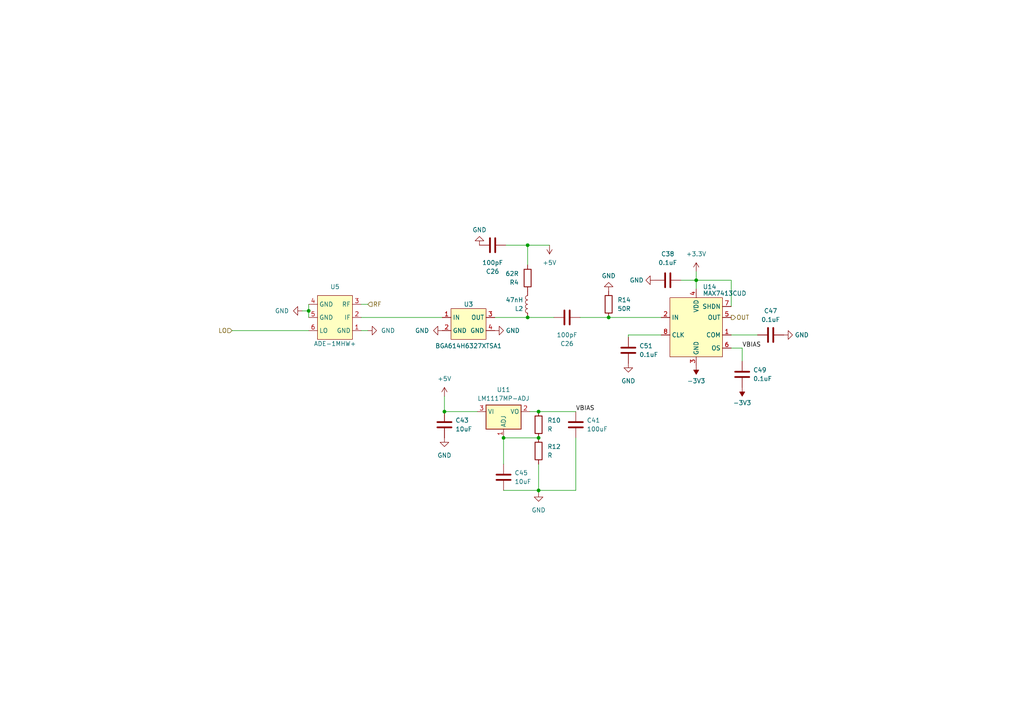
<source format=kicad_sch>
(kicad_sch (version 20230121) (generator eeschema)
  (paper "A4")
  (lib_symbols
    (symbol "ADE-1MHW+:ADE-1MHW+"
      (property "Reference" "U" (at 0 10.16 0))
      (property "Value" "ADE-1MHW+" (at 0 7.62 0))
      (symbol "ADE-1MHW+_1_1"
        (rectangle (start -5.08 6.35) (end 5.08 -6.35) (fill (type background)))
        (pin power_in line (at -7.62 3.81 0) (length 2.54) (name "GND") (number "1"))
        (pin output line (at -7.62 0 0) (length 2.54) (name "IF") (number "2"))
        (pin input line (at -7.62 -3.81 0) (length 2.54) (name "RF") (number "3"))
        (pin power_in line (at 7.62 -3.81 180) (length 2.54) (name "GND") (number "4"))
        (pin power_in line (at 7.62 0 180) (length 2.54) (name "GND") (number "5"))
        (pin input line (at 7.62 3.81 180) (length 2.54) (name "LO") (number "6"))
      )
    )
    (symbol "BGA614H6327XTSA1:BGA614H6327XTSA1"
      (property "Reference" "U" (at 0 7.62 0))
      (property "Value" "BGA614H6327XTSA1" (at 0 5.08 0))
      (symbol "BGA614H6327XTSA1_1_1"
        (rectangle (start -5.08 3.81) (end 5.08 -5.08) (fill (type background)))
        (pin input line (at -7.62 1.27 0) (length 2.54) (name "IN") (number "1"))
        (pin power_in line (at -7.62 -2.54 0) (length 2.54) (name "GND") (number "2"))
        (pin output line (at 7.62 1.27 180) (length 2.54) (name "OUT") (number "3"))
        (pin power_in line (at 7.62 -2.54 180) (length 2.54) (name "GND") (number "4"))
      )
    )
    (symbol "Device:C" (pin_numbers hide) (pin_names (offset 0.254))
      (property "Reference" "C" (at 0.635 2.54 0))
      (property "Value" "C" (at 0.635 -2.54 0))
      (symbol "C_0_1"
        (polyline (pts (xy -2.032 -0.762) (xy 2.032 -0.762)) (stroke (width 0.508)))
        (polyline (pts (xy -2.032 0.762) (xy 2.032 0.762)) (stroke (width 0.508)))
      )
      (symbol "C_1_1"
        (pin passive line (at 0 3.81 270) (length 2.794) (name "~") (number "1"))
        (pin passive line (at 0 -3.81 90) (length 2.794) (name "~") (number "2"))
      )
    )
    (symbol "Device:L" (pin_numbers hide) (pin_names (offset 1.016) hide)
      (property "Reference" "L" (at -1.27 0 90))
      (property "Value" "L" (at 1.905 0 90))
      (symbol "L_0_1"
        (arc (start 0 -2.54) (mid 0.6323 -1.905) (end 0 -1.27))
        (arc (start 0 -1.27) (mid 0.6323 -0.635) (end 0 0))
        (arc (start 0 0) (mid 0.6323 0.635) (end 0 1.27))
        (arc (start 0 1.27) (mid 0.6323 1.905) (end 0 2.54))
      )
      (symbol "L_1_1"
        (pin passive line (at 0 3.81 270) (length 1.27) (name "1") (number "1"))
        (pin passive line (at 0 -3.81 90) (length 1.27) (name "2") (number "2"))
      )
    )
    (symbol "Device:R" (pin_numbers hide) (pin_names (offset 0))
      (property "Reference" "R" (at 2.032 0 90))
      (property "Value" "R" (at 0 0 90))
      (symbol "R_0_1"
        (rectangle (start -1.016 -2.54) (end 1.016 2.54) (stroke (width 0.254)))
      )
      (symbol "R_1_1"
        (pin passive line (at 0 3.81 270) (length 1.27) (name "~") (number "1"))
        (pin passive line (at 0 -3.81 90) (length 1.27) (name "~") (number "2"))
      )
    )
    (symbol "MAX7413:MAX7413CUA+-ND"
      (property "Reference" "U" (at -7.62 11.43 0))
      (property "Value" "MAX7413CUD" (at -8.255 9.525 0))
      (symbol "MAX7413CUA+-ND_1_1"
        (rectangle (start -7.62 8.255) (end 7.62 -8.89) (fill (type background)))
        (pin passive line (at 10.16 -2.54 180) (length 2.54) (name "COM") (number "1"))
        (pin input line (at -10.16 2.54 0) (length 2.54) (name "IN") (number "2"))
        (pin power_in line (at 0 -11.43 90) (length 2.54) (name "GND") (number "3"))
        (pin power_in line (at 0 10.795 270) (length 2.54) (name "VDD") (number "4"))
        (pin output line (at 10.16 2.54 180) (length 2.54) (name "OUT") (number "5"))
        (pin passive line (at 10.16 -6.35 180) (length 2.54) (name "OS") (number "6"))
        (pin power_in line (at 10.16 5.715 180) (length 2.54) (name "SHDN") (number "7"))
        (pin input line (at -10.16 -2.54 0) (length 2.54) (name "CLK") (number "8"))
      )
    )
    (symbol "Regulator_Linear:LM1117MP-ADJ"
      (property "Reference" "U" (at -3.81 3.175 0))
      (property "Value" "LM1117MP-ADJ" (at 0 3.175 0))
      (symbol "LM1117MP-ADJ_0_1"
        (rectangle (start -5.08 -5.08) (end 5.08 1.905) (stroke (width 0.254)) (fill (type background)))
      )
      (symbol "LM1117MP-ADJ_1_1"
        (pin input line (at 0 -7.62 90) (length 2.54) (name "ADJ") (number "1"))
        (pin power_out line (at 7.62 0 180) (length 2.54) (name "VO") (number "2"))
        (pin power_in line (at -7.62 0 0) (length 2.54) (name "VI") (number "3"))
      )
    )
    (symbol "power:+3.3V" (power) (pin_names (offset 0))
      (property "Value" "+3.3V" (at 0 3.556 0))
      (symbol "+3.3V_0_1"
        (polyline (pts (xy -0.762 1.27) (xy 0 2.54)))
        (polyline (pts (xy 0 0) (xy 0 2.54)))
        (polyline (pts (xy 0 2.54) (xy 0.762 1.27)))
      )
      (symbol "+3.3V_1_1"
        (pin power_in line (at 0 0 90) (length 0) hide (name "+3.3V") (number "1"))
      )
    )
    (symbol "power:+5V" (power) (pin_names (offset 0))
      (property "Value" "+5V" (at 0 3.556 0))
      (symbol "+5V_0_1"
        (polyline (pts (xy -0.762 1.27) (xy 0 2.54)))
        (polyline (pts (xy 0 0) (xy 0 2.54)))
        (polyline (pts (xy 0 2.54) (xy 0.762 1.27)))
      )
      (symbol "+5V_1_1"
        (pin power_in line (at 0 0 90) (length 0) hide (name "+5V") (number "1"))
      )
    )
    (symbol "power:-3V3" (power) (pin_names (offset 0))
      (property "Value" "-3V3" (at 0 3.81 0))
      (symbol "-3V3_0_0"
        (pin power_in line (at 0 0 90) (length 0) hide (name "-3V3") (number "1"))
      )
      (symbol "-3V3_0_1"
        (polyline (pts (xy 0 0) (xy 0 1.27) (xy 0.762 1.27) (xy 0 2.54) (xy -0.762 1.27) (xy 0 1.27)) (fill (type outline)))
      )
    )
    (symbol "power:GND" (power) (pin_names (offset 0))
      (property "Value" "GND" (at 0 -3.81 0))
      (symbol "GND_0_1"
        (polyline (pts (xy 0 0) (xy 0 -1.27) (xy 1.27 -1.27) (xy 0 -2.54) (xy -1.27 -1.27) (xy 0 -1.27)))
      )
      (symbol "GND_1_1"
        (pin power_in line (at 0 0 270) (length 0) hide (name "GND") (number "1"))
      )
    )
  )
  (junction (at 156.21 119.38))
  (junction (at 153.035 71.12))
  (junction (at 89.535 90.17))
  (junction (at 128.905 119.38))
  (junction (at 156.21 127))
  (junction (at 146.05 127))
  (junction (at 156.21 142.24))
  (junction (at 201.93 81.28))
  (junction (at 176.53 92.075))
  (junction (at 153.035 92.075))
  (wire (pts (xy 153.035 71.12) (xy 146.685 71.12)))
  (wire (pts (xy 153.035 92.075) (xy 160.655 92.075)))
  (wire (pts (xy 104.775 95.885) (xy 106.68 95.885)))
  (wire (pts (xy 212.09 97.155) (xy 219.71 97.155)))
  (wire (pts (xy 146.05 127) (xy 156.21 127)))
  (wire (pts (xy 146.05 127) (xy 146.05 134.62)))
  (wire (pts (xy 191.77 97.155) (xy 182.245 97.155)))
  (wire (pts (xy 153.67 119.38) (xy 156.21 119.38)))
  (wire (pts (xy 212.09 88.9) (xy 212.09 81.28)))
  (wire (pts (xy 128.905 119.38) (xy 138.43 119.38)))
  (wire (pts (xy 153.035 76.835) (xy 153.035 71.12)))
  (wire (pts (xy 201.93 78.74) (xy 201.93 81.28)))
  (wire (pts (xy 156.21 142.24) (xy 156.21 142.875)))
  (wire (pts (xy 212.09 81.28) (xy 201.93 81.28)))
  (wire (pts (xy 159.385 71.12) (xy 153.035 71.12)))
  (wire (pts (xy 67.31 95.885) (xy 89.535 95.885)))
  (wire (pts (xy 156.21 119.38) (xy 167.005 119.38)))
  (wire (pts (xy 182.245 97.155) (xy 182.245 97.79)))
  (wire (pts (xy 146.05 142.24) (xy 156.21 142.24)))
  (wire (pts (xy 156.21 134.62) (xy 156.21 142.24)))
  (wire (pts (xy 215.265 100.965) (xy 215.265 104.775)))
  (wire (pts (xy 212.09 100.965) (xy 215.265 100.965)))
  (wire (pts (xy 128.905 114.935) (xy 128.905 119.38)))
  (wire (pts (xy 89.535 90.17) (xy 89.535 92.075)))
  (wire (pts (xy 89.535 88.265) (xy 89.535 90.17)))
  (wire (pts (xy 201.93 81.28) (xy 201.93 83.82)))
  (wire (pts (xy 176.53 92.075) (xy 191.77 92.075)))
  (wire (pts (xy 104.775 88.265) (xy 106.68 88.265)))
  (wire (pts (xy 104.775 92.075) (xy 128.27 92.075)))
  (wire (pts (xy 167.005 142.24) (xy 156.21 142.24)))
  (wire (pts (xy 168.275 92.075) (xy 176.53 92.075)))
  (wire (pts (xy 87.63 90.17) (xy 89.535 90.17)))
  (wire (pts (xy 153.035 92.075) (xy 143.51 92.075)))
  (wire (pts (xy 167.005 127) (xy 167.005 142.24)))
  (wire (pts (xy 197.485 81.28) (xy 201.93 81.28)))
  (label "VBIAS" (at 167.005 119.38 0))
  (label "VBIAS" (at 215.265 100.965 0))
  (hierarchical_label "RF" (shape input) (at 106.68 88.265 0))
  (hierarchical_label "OUT" (shape output) (at 212.09 92.075 0))
  (hierarchical_label "LO" (shape input) (at 67.31 95.885 180))
  (symbol (lib_id "Device:C") (at 142.875 71.12 270) (unit 1)
    (property "Reference" "C26" (at 142.875 78.74 90))
    (property "Value" "100pF" (at 142.875 76.2 90))
    (property "Footprint" "Capacitor_SMD:C_0805_2012Metric" (effects hide))
    (instances (project "analog_frontend" (path "" (reference "C26") (unit 1)) (path "" (reference "C30") (unit 1)) (path "" (reference "C40") (unit 1))))
  )
  (symbol (lib_id "MAX7413:MAX7413CUA+-ND") (at 201.93 94.615 0) (unit 1)
    (property "Reference" "U14" (at 203.835 83.185 0) (effects (justify left)))
    (property "Value" "MAX7413CUD" (at 203.835 85.09 0) (effects (justify left)))
    (instances (project "analog_frontend" (path "" (reference "U14") (unit 1)) (path "" (reference "U15") (unit 1))))
  )
  (symbol (lib_id "Device:C") (at 128.905 123.19 0) (unit 1)
    (property "Reference" "C43" (at 132.08 121.92 0) (effects (justify left)))
    (property "Value" "10uF" (at 132.08 124.46 0) (effects (justify left)))
    (property "Footprint" "Capacitor_SMD:C_0805_2012Metric" (effects hide))
    (instances (project "analog_frontend" (path "" (reference "C43") (unit 1)) (path "" (reference "C42") (unit 1))))
  )
  (symbol (lib_id "power:+5V") (at 128.905 114.935 0) (unit 1)
    (property "Reference" "#PWR028" (effects hide))
    (property "Value" "+5V" (at 128.905 109.855 0))
    (instances (project "analog_frontend" (path "" (reference "#PWR028") (unit 1)) (path "" (reference "#PWR041") (unit 1)) (path "" (reference "#PWR071") (unit 1)) (path "" (reference "#PWR072") (unit 1))))
  )
  (symbol (lib_id "power:+5V") (at 159.385 71.12 180) (unit 1)
    (property "Reference" "#PWR028" (effects hide))
    (property "Value" "+5V" (at 159.385 76.2 0))
    (instances (project "analog_frontend" (path "" (reference "#PWR028") (unit 1)) (path "" (reference "#PWR041") (unit 1)) (path "" (reference "#PWR045") (unit 1)) (path "" (reference "#PWR055") (unit 1))))
  )
  (symbol (lib_id "power:GND") (at 227.33 97.155 90) (unit 1)
    (property "Reference" "#PWR05" (effects hide))
    (property "Value" "GND" (at 230.505 97.155 90) (effects (justify right)))
    (instances (project "analog_frontend" (path "" (reference "#PWR05") (unit 1)) (path "" (reference "#PWR048") (unit 1)) (path "" (reference "#PWR056") (unit 1)) (path "" (reference "#PWR048") (unit 1))))
  )
  (symbol (lib_id "power:GND") (at 139.065 71.12 180) (unit 1)
    (property "Reference" "#PWR011" (effects hide))
    (property "Value" "GND" (at 139.065 66.675 0))
    (instances (project "analog_frontend" (path "" (reference "#PWR011") (unit 1)) (path "" (reference "#PWR043") (unit 1)) (path "" (reference "#PWR050") (unit 1)) (path "" (reference "#PWR065") (unit 1))))
  )
  (symbol (lib_id "Device:C") (at 182.245 101.6 180) (unit 1)
    (property "Reference" "C51" (at 185.42 100.33 0) (effects (justify right)))
    (property "Value" "0.1uF" (at 185.42 102.87 0) (effects (justify right)))
    (property "Footprint" "Capacitor_SMD:C_0805_2012Metric" (effects hide))
    (instances (project "analog_frontend" (path "" (reference "C51") (unit 1)) (path "" (reference "C50") (unit 1))))
  )
  (symbol (lib_id "Device:R") (at 156.21 130.81 0) (unit 1)
    (property "Reference" "R12" (at 158.75 129.54 0) (effects (justify left)))
    (property "Value" "R" (at 158.75 132.08 0) (effects (justify left)))
    (property "Footprint" "Resistor_SMD:R_0805_2012Metric" (effects hide))
    (instances (project "analog_frontend" (path "" (reference "R12") (unit 1)) (path "" (reference "R11") (unit 1))))
  )
  (symbol (lib_id "Device:R") (at 156.21 123.19 0) (unit 1)
    (property "Reference" "R10" (at 158.75 121.92 0) (effects (justify left)))
    (property "Value" "R" (at 158.75 124.46 0) (effects (justify left)))
    (property "Footprint" "Resistor_SMD:R_0805_2012Metric" (effects hide))
    (instances (project "analog_frontend" (path "" (reference "R10") (unit 1)) (path "" (reference "R9") (unit 1))))
  )
  (symbol (lib_id "Device:C") (at 167.005 123.19 0) (unit 1)
    (property "Reference" "C41" (at 170.18 121.92 0) (effects (justify left)))
    (property "Value" "100uF" (at 170.18 124.46 0) (effects (justify left)))
    (property "Footprint" "Capacitor_SMD:C_0805_2012Metric" (effects hide))
    (instances (project "analog_frontend" (path "" (reference "C41") (unit 1)) (path "" (reference "C35") (unit 1))))
  )
  (symbol (lib_id "Device:R") (at 153.035 80.645 180) (unit 1)
    (property "Reference" "R4" (at 150.495 81.915 0) (effects (justify left)))
    (property "Value" "62R" (at 150.495 79.375 0) (effects (justify left)))
    (property "Footprint" "Resistor_SMD:R_0805_2012Metric" (effects hide))
    (instances (project "analog_frontend" (path "" (reference "R4") (unit 1)) (path "" (reference "R7") (unit 1)) (path "" (reference "R8") (unit 1))))
  )
  (symbol (lib_id "Device:C") (at 223.52 97.155 90) (unit 1)
    (property "Reference" "C47" (at 223.52 90.17 90))
    (property "Value" "0.1uF" (at 223.52 92.71 90))
    (property "Footprint" "Capacitor_SMD:C_0805_2012Metric" (effects hide))
    (instances (project "analog_frontend" (path "" (reference "C47") (unit 1)) (path "" (reference "C46") (unit 1))))
  )
  (symbol (lib_id "power:GND") (at 106.68 95.885 90) (unit 1)
    (property "Reference" "#PWR08" (effects hide))
    (property "Value" "GND" (at 110.49 95.885 90) (effects (justify right)))
    (instances (project "analog_frontend" (path "" (reference "#PWR08") (unit 1)) (path "" (reference "#PWR06") (unit 1)) (path "" (reference "#PWR06") (unit 1)) (path "" (reference "#PWR053") (unit 1))))
  )
  (symbol (lib_id "Device:C") (at 146.05 138.43 0) (unit 1)
    (property "Reference" "C45" (at 149.225 137.16 0) (effects (justify left)))
    (property "Value" "10uF" (at 149.225 139.7 0) (effects (justify left)))
    (property "Footprint" "Capacitor_SMD:C_0805_2012Metric" (effects hide))
    (instances (project "analog_frontend" (path "" (reference "C45") (unit 1)) (path "" (reference "C44") (unit 1))))
  )
  (symbol (lib_id "Regulator_Linear:LM1117MP-ADJ") (at 146.05 119.38 0) (unit 1)
    (property "Reference" "U11" (at 146.05 113.03 0))
    (property "Value" "LM1117MP-ADJ" (at 146.05 115.57 0))
    (property "Footprint" "Package_TO_SOT_SMD:SOT-223-3_TabPin2" (effects hide))
    (property "Datasheet" "http://www.ti.com/lit/ds/symlink/lm1117.pdf" (effects hide))
    (instances (project "analog_frontend" (path "" (reference "U11") (unit 1)) (path "" (reference "U10") (unit 1))))
  )
  (symbol (lib_id "Device:R") (at 176.53 88.265 0) (unit 1)
    (property "Reference" "R14" (at 179.07 86.995 0) (effects (justify left)))
    (property "Value" "50R" (at 179.07 89.535 0) (effects (justify left)))
    (property "Footprint" "Resistor_SMD:R_0805_2012Metric" (effects hide))
    (instances (project "analog_frontend" (path "" (reference "R14") (unit 1)) (path "" (reference "R13") (unit 1))))
  )
  (symbol (lib_id "power:GND") (at 182.245 105.41 0) (unit 1)
    (property "Reference" "#PWR05" (effects hide))
    (property "Value" "GND" (at 182.245 110.49 0))
    (instances (project "analog_frontend" (path "" (reference "#PWR05") (unit 1)) (path "" (reference "#PWR048") (unit 1)) (path "" (reference "#PWR080") (unit 1)) (path "" (reference "#PWR079") (unit 1))))
  )
  (symbol (lib_id "Device:C") (at 193.675 81.28 90) (unit 1)
    (property "Reference" "C38" (at 193.675 73.66 90))
    (property "Value" "0.1uF" (at 193.675 76.2 90))
    (property "Footprint" "Capacitor_SMD:C_0805_2012Metric" (effects hide))
    (instances (project "analog_frontend" (path "" (reference "C38") (unit 1)) (path "" (reference "C39") (unit 1))))
  )
  (symbol (lib_id "power:GND") (at 128.905 127 0) (unit 1)
    (property "Reference" "#PWR06" (effects hide))
    (property "Value" "GND" (at 128.905 132.08 0))
    (instances (project "analog_frontend" (path "" (reference "#PWR06") (unit 1)) (path "" (reference "#PWR042") (unit 1)) (path "" (reference "#PWR073") (unit 1)) (path "" (reference "#PWR074") (unit 1))))
  )
  (symbol (lib_id "power:-3V3") (at 201.93 106.045 180) (unit 1)
    (property "Reference" "#PWR068" (effects hide))
    (property "Value" "-3V3" (at 201.93 110.49 0))
    (instances (project "analog_frontend" (path "" (reference "#PWR068") (unit 1)) (path "" (reference "#PWR067") (unit 1))))
  )
  (symbol (lib_id "power:GND") (at 176.53 84.455 180) (unit 1)
    (property "Reference" "#PWR05" (effects hide))
    (property "Value" "GND" (at 176.53 80.01 0))
    (instances (project "analog_frontend" (path "" (reference "#PWR05") (unit 1)) (path "" (reference "#PWR048") (unit 1)) (path "" (reference "#PWR078") (unit 1)) (path "" (reference "#PWR077") (unit 1))))
  )
  (symbol (lib_id "BGA614H6327XTSA1:BGA614H6327XTSA1") (at 135.89 93.345 0) (unit 1)
    (property "Reference" "U3" (at 135.89 88.265 0))
    (property "Value" "BGA614H6327XTSA1" (at 135.89 100.33 0))
    (property "Footprint" "footprints:BGA614H6327XTSA1" (effects hide))
    (instances (project "analog_frontend" (path "" (reference "U3") (unit 1)) (path "" (reference "U5") (unit 1)) (path "" (reference "U8") (unit 1)) (path "" (reference "U9") (unit 1))))
  )
  (symbol (lib_id "Device:C") (at 215.265 108.585 180) (unit 1)
    (property "Reference" "C49" (at 218.44 107.315 0) (effects (justify right)))
    (property "Value" "0.1uF" (at 218.44 109.855 0) (effects (justify right)))
    (property "Footprint" "Capacitor_SMD:C_0805_2012Metric" (effects hide))
    (instances (project "analog_frontend" (path "" (reference "C49") (unit 1)) (path "" (reference "C48") (unit 1))))
  )
  (symbol (lib_id "power:+3.3V") (at 201.93 78.74 0) (unit 1)
    (property "Reference" "#PWR070" (effects hide))
    (property "Value" "+3.3V" (at 201.93 73.66 0))
    (instances (project "analog_frontend" (path "" (reference "#PWR070") (unit 1)) (path "" (reference "#PWR069") (unit 1))))
  )
  (symbol (lib_id "power:GND") (at 189.865 81.28 270) (unit 1)
    (property "Reference" "#PWR05" (effects hide))
    (property "Value" "GND" (at 186.69 81.28 90) (effects (justify right)))
    (instances (project "analog_frontend" (path "" (reference "#PWR05") (unit 1)) (path "" (reference "#PWR048") (unit 1)) (path "" (reference "#PWR059") (unit 1)) (path "" (reference "#PWR052") (unit 1))))
  )
  (symbol (lib_id "power:GND") (at 128.27 95.885 270) (unit 1)
    (property "Reference" "#PWR06" (effects hide))
    (property "Value" "GND" (at 124.46 95.885 90) (effects (justify right)))
    (instances (project "analog_frontend" (path "" (reference "#PWR06") (unit 1)) (path "" (reference "#PWR010") (unit 1)) (path "" (reference "#PWR054") (unit 1)) (path "" (reference "#PWR066") (unit 1))))
  )
  (symbol (lib_id "power:GND") (at 143.51 95.885 90) (unit 1)
    (property "Reference" "#PWR06" (effects hide))
    (property "Value" "GND" (at 146.685 95.885 90) (effects (justify right)))
    (instances (project "analog_frontend" (path "" (reference "#PWR06") (unit 1)) (path "" (reference "#PWR042") (unit 1)) (path "" (reference "#PWR046") (unit 1)) (path "" (reference "#PWR057") (unit 1))))
  )
  (symbol (lib_id "Device:C") (at 164.465 92.075 270) (unit 1)
    (property "Reference" "C26" (at 164.465 99.695 90))
    (property "Value" "100pF" (at 164.465 97.155 90))
    (property "Footprint" "Capacitor_SMD:C_0805_2012Metric" (effects hide))
    (instances (project "analog_frontend" (path "" (reference "C26") (unit 1)) (path "" (reference "C29") (unit 1)) (path "" (reference "C34") (unit 1))))
  )
  (symbol (lib_id "power:GND") (at 156.21 142.875 0) (unit 1)
    (property "Reference" "#PWR06" (effects hide))
    (property "Value" "GND" (at 156.21 147.955 0))
    (instances (project "analog_frontend" (path "" (reference "#PWR06") (unit 1)) (path "" (reference "#PWR010") (unit 1)) (path "" (reference "#PWR051") (unit 1)) (path "" (reference "#PWR058") (unit 1))))
  )
  (symbol (lib_id "power:-3V3") (at 215.265 112.395 180) (unit 1)
    (property "Reference" "#PWR076" (effects hide))
    (property "Value" "-3V3" (at 215.265 116.84 0))
    (instances (project "analog_frontend" (path "" (reference "#PWR076") (unit 1)) (path "" (reference "#PWR075") (unit 1))))
  )
  (symbol (lib_id "Device:L") (at 153.035 88.265 180) (unit 1)
    (property "Reference" "L2" (at 151.765 89.535 0) (effects (justify left)))
    (property "Value" "47nH" (at 151.765 86.995 0) (effects (justify left)))
    (property "Footprint" "Inductor_SMD:L_0603_1608Metric" (effects hide))
    (instances (project "analog_frontend" (path "" (reference "L2") (unit 1)) (path "" (reference "L3") (unit 1)) (path "" (reference "L4") (unit 1))))
  )
  (symbol (lib_id "power:GND") (at 87.63 90.17 270) (unit 1)
    (property "Reference" "#PWR07" (effects hide))
    (property "Value" "GND" (at 83.82 90.17 90) (effects (justify right)))
    (instances (project "analog_frontend" (path "" (reference "#PWR07") (unit 1)) (path "" (reference "#PWR04") (unit 1)) (path "" (reference "#PWR04") (unit 1)) (path "" (reference "#PWR047") (unit 1))))
  )
  (symbol (lib_id "ADE-1MHW+:ADE-1MHW+") (at 97.155 92.075 180) (unit 1)
    (property "Reference" "U5" (at 97.155 83.185 0))
    (property "Value" "ADE-1MHW+" (at 97.155 99.695 0))
    (instances (project "analog_frontend" (path "" (reference "U5") (unit 1)) (path "" (reference "U2") (unit 1)) (path "" (reference "U2") (unit 1)) (path "" (reference "U6") (unit 1))))
  )
)
</source>
